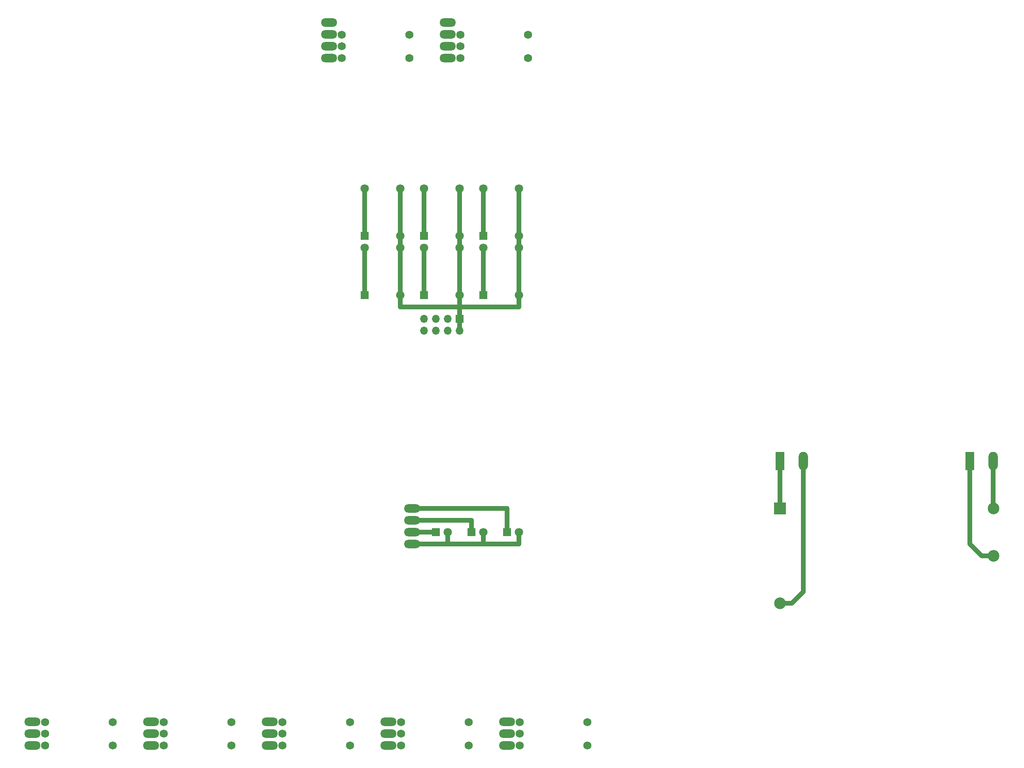
<source format=gbl>
G04 #@! TF.FileFunction,Copper,L2,Bot,Signal*
%FSLAX46Y46*%
G04 Gerber Fmt 4.6, Leading zero omitted, Abs format (unit mm)*
G04 Created by KiCad (PCBNEW 4.0.6) date 11/03/19 16:58:40*
%MOMM*%
%LPD*%
G01*
G04 APERTURE LIST*
%ADD10C,0.100000*%
%ADD11C,1.800000*%
%ADD12R,1.800000X1.800000*%
%ADD13O,3.500120X1.800860*%
%ADD14R,1.700000X1.700000*%
%ADD15O,1.700000X1.700000*%
%ADD16C,1.750000*%
%ADD17R,1.980000X3.960000*%
%ADD18O,1.980000X3.960000*%
%ADD19R,2.500000X2.500000*%
%ADD20C,2.500000*%
%ADD21C,1.000000*%
G04 APERTURE END LIST*
D10*
D11*
X119380000Y-60960000D03*
X119380000Y-50800000D03*
D12*
X111760000Y-60960000D03*
D11*
X111760000Y-50800000D03*
D12*
X129540000Y-111760000D03*
D11*
X132080000Y-111760000D03*
D12*
X121920000Y-111760000D03*
D11*
X124460000Y-111760000D03*
D12*
X114300000Y-111760000D03*
D11*
X116840000Y-111760000D03*
D13*
X109220000Y-114300000D03*
X109220000Y-111760000D03*
X109220000Y-109220000D03*
X109220000Y-106680000D03*
X27940000Y-157480000D03*
X27940000Y-154940000D03*
X27940000Y-152400000D03*
X53340000Y-157480000D03*
X53340000Y-154940000D03*
X53340000Y-152400000D03*
X78740000Y-157480000D03*
X78740000Y-154940000D03*
X78740000Y-152400000D03*
X104140000Y-157480000D03*
X104140000Y-154940000D03*
X104140000Y-152400000D03*
X129540000Y-157480000D03*
X129540000Y-154940000D03*
X129540000Y-152400000D03*
X116840000Y-10160000D03*
X116840000Y-7620000D03*
X116840000Y-5080000D03*
X116840000Y-2540000D03*
X91440000Y-10160000D03*
X91440000Y-7620000D03*
X91440000Y-5080000D03*
X91440000Y-2540000D03*
D14*
X119380000Y-66040000D03*
D15*
X119380000Y-68580000D03*
X116840000Y-66040000D03*
X116840000Y-68580000D03*
X114300000Y-66040000D03*
X114300000Y-68580000D03*
X111760000Y-66040000D03*
X111760000Y-68580000D03*
D16*
X30600000Y-157440000D03*
X30600000Y-154940000D03*
X30600000Y-152440000D03*
X45100000Y-157440000D03*
X45100000Y-152440000D03*
X56000000Y-157440000D03*
X56000000Y-154940000D03*
X56000000Y-152440000D03*
X70500000Y-157440000D03*
X70500000Y-152440000D03*
X81400000Y-157440000D03*
X81400000Y-154940000D03*
X81400000Y-152440000D03*
X95900000Y-157440000D03*
X95900000Y-152440000D03*
X106800000Y-157440000D03*
X106800000Y-154940000D03*
X106800000Y-152440000D03*
X121300000Y-157440000D03*
X121300000Y-152440000D03*
X132200000Y-157440000D03*
X132200000Y-154940000D03*
X132200000Y-152440000D03*
X146700000Y-157440000D03*
X146700000Y-152440000D03*
X119500000Y-10120000D03*
X119500000Y-7620000D03*
X119500000Y-5120000D03*
X134000000Y-10120000D03*
X134000000Y-5120000D03*
X94100000Y-10120000D03*
X94100000Y-7620000D03*
X94100000Y-5120000D03*
X108600000Y-10120000D03*
X108600000Y-5120000D03*
D11*
X132080000Y-48260000D03*
X132080000Y-38100000D03*
D12*
X124460000Y-48260000D03*
D11*
X124460000Y-38100000D03*
X106680000Y-48260000D03*
X106680000Y-38100000D03*
D12*
X99060000Y-48260000D03*
D11*
X99060000Y-38100000D03*
X119380000Y-48260000D03*
X119380000Y-38100000D03*
D12*
X111760000Y-48260000D03*
D11*
X111760000Y-38100000D03*
X132080000Y-60960000D03*
X132080000Y-50800000D03*
D12*
X124460000Y-60960000D03*
D11*
X124460000Y-50800000D03*
X106680000Y-60960000D03*
X106680000Y-50800000D03*
D12*
X99060000Y-60960000D03*
D11*
X99060000Y-50800000D03*
D17*
X187960000Y-96520000D03*
D18*
X192960000Y-96520000D03*
D17*
X228600000Y-96520000D03*
D18*
X233600000Y-96520000D03*
D19*
X187960000Y-106680000D03*
D20*
X187960000Y-127000000D03*
X233680000Y-116840000D03*
X233680000Y-106680000D03*
D21*
X109220000Y-106680000D02*
X129540000Y-106680000D01*
X129540000Y-106680000D02*
X129540000Y-111760000D01*
X109220000Y-114300000D02*
X116840000Y-114300000D01*
X124460000Y-114300000D02*
X132080000Y-114300000D01*
X132080000Y-114300000D02*
X132080000Y-111760000D01*
X116840000Y-114300000D02*
X124460000Y-114300000D01*
X124460000Y-114300000D02*
X124460000Y-111760000D01*
X116840000Y-114300000D02*
X116840000Y-111760000D01*
X109220000Y-109220000D02*
X121920000Y-109220000D01*
X121920000Y-109220000D02*
X121920000Y-111760000D01*
X109220000Y-111760000D02*
X114300000Y-111760000D01*
X119380000Y-63500000D02*
X132080000Y-63500000D01*
X132080000Y-63500000D02*
X132080000Y-60960000D01*
X106680000Y-60960000D02*
X106680000Y-63500000D01*
X106680000Y-63500000D02*
X119380000Y-63500000D01*
X106680000Y-48260000D02*
X106680000Y-50800000D01*
X132080000Y-48260000D02*
X132080000Y-50800000D01*
X106680000Y-48260000D02*
X106680000Y-38100000D01*
X106680000Y-60960000D02*
X106680000Y-50800000D01*
X132080000Y-48260000D02*
X132080000Y-38100000D01*
X132080000Y-60960000D02*
X132080000Y-50800000D01*
X119380000Y-48260000D02*
X119380000Y-38100000D01*
X119380000Y-50800000D02*
X119380000Y-48260000D01*
X119380000Y-60960000D02*
X119380000Y-50800000D01*
X119380000Y-66040000D02*
X119380000Y-63500000D01*
X119380000Y-63500000D02*
X119380000Y-60960000D01*
X119380000Y-68580000D02*
X119380000Y-66040000D01*
X124460000Y-48260000D02*
X124460000Y-38100000D01*
X111760000Y-48260000D02*
X111760000Y-38100000D01*
X99060000Y-38100000D02*
X99060000Y-48260000D01*
X111760000Y-60960000D02*
X111760000Y-50800000D01*
X99060000Y-50800000D02*
X99060000Y-60960000D01*
X124460000Y-60960000D02*
X124460000Y-50800000D01*
X187960000Y-106680000D02*
X187960000Y-96520000D01*
X187960000Y-127000000D02*
X190500000Y-127000000D01*
X190500000Y-127000000D02*
X192960000Y-124540000D01*
X192960000Y-124540000D02*
X192960000Y-96520000D01*
X233680000Y-116840000D02*
X231140000Y-116840000D01*
X231140000Y-116840000D02*
X228600000Y-114300000D01*
X228600000Y-114300000D02*
X228600000Y-96520000D01*
X233600000Y-96520000D02*
X233600000Y-106600000D01*
X233600000Y-106600000D02*
X233680000Y-106680000D01*
X233600000Y-106600000D02*
X233680000Y-106680000D01*
M02*

</source>
